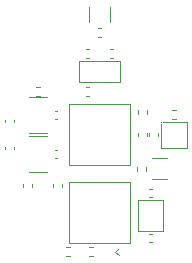
<source format=gbr>
%TF.GenerationSoftware,KiCad,Pcbnew,9.0.2*%
%TF.CreationDate,2025-06-15T10:44:02-04:00*%
%TF.ProjectId,WristWatch,57726973-7457-4617-9463-682e6b696361,rev?*%
%TF.SameCoordinates,Original*%
%TF.FileFunction,Legend,Top*%
%TF.FilePolarity,Positive*%
%FSLAX46Y46*%
G04 Gerber Fmt 4.6, Leading zero omitted, Abs format (unit mm)*
G04 Created by KiCad (PCBNEW 9.0.2) date 2025-06-15 10:44:02*
%MOMM*%
%LPD*%
G01*
G04 APERTURE LIST*
%ADD10C,0.120000*%
%ADD11C,0.100000*%
G04 APERTURE END LIST*
D10*
%TO.C,Q2*%
X5740900Y-1995600D02*
X4440900Y-1995600D01*
X5740900Y-3795600D02*
X4440900Y-3795600D01*
%TO.C,Q1*%
X-900000Y10810000D02*
X-900000Y9510000D01*
X900000Y10810000D02*
X900000Y9510000D01*
%TO.C,C14*%
X-3575164Y2011000D02*
X-3790836Y2011000D01*
X-3575164Y1291000D02*
X-3790836Y1291000D01*
%TO.C,U5*%
X-5207000Y3211000D02*
X-6007000Y3211000D01*
X-5207000Y3211000D02*
X-4407000Y3211000D01*
X-5207000Y91000D02*
X-6007000Y91000D01*
X-5207000Y91000D02*
X-4407000Y91000D01*
%TO.C,R6*%
X-153641Y9016000D02*
X153641Y9016000D01*
X-153641Y8256000D02*
X153641Y8256000D01*
%TO.C,C13*%
X-3575164Y-1291000D02*
X-3790836Y-1291000D01*
X-3575164Y-2011000D02*
X-3790836Y-2011000D01*
%TO.C,Y1*%
X-1727200Y4459000D02*
X-1727200Y6209000D01*
X1727200Y6209000D02*
X-1727200Y6209000D01*
X1727200Y4459000D02*
X-1727200Y4459000D01*
X1727200Y4459000D02*
X1727200Y6209000D01*
%TO.C,R11*%
X3186900Y-2741959D02*
X3186900Y-3049241D01*
X3946900Y-2741959D02*
X3946900Y-3049241D01*
%TO.C,R10*%
X-5360641Y3986800D02*
X-5053359Y3986800D01*
X-5360641Y3226800D02*
X-5053359Y3226800D01*
%TO.C,R9*%
X6452841Y2056400D02*
X6145559Y2056400D01*
X6452841Y1296400D02*
X6145559Y1296400D01*
%TO.C,C15*%
X-7980000Y1035164D02*
X-7980000Y1250836D01*
X-7260000Y1035164D02*
X-7260000Y1250836D01*
%TO.C,C1*%
X-908164Y4017600D02*
X-1123836Y4017600D01*
X-908164Y3297600D02*
X-1123836Y3297600D01*
%TO.C,R12*%
X-2820641Y-10286000D02*
X-2513359Y-10286000D01*
X-2820641Y-9526000D02*
X-2513359Y-9526000D01*
%TO.C,U6*%
X-2610000Y-9214000D02*
X-2610000Y-3994000D01*
X2610000Y-3994000D02*
X-2610000Y-3994000D01*
X2610000Y-3994000D02*
X2610000Y-9214000D01*
X2610000Y-9214000D02*
X-2610000Y-9214000D01*
%TO.C,C12*%
X-7980000Y-1035164D02*
X-7980000Y-1250836D01*
X-7260000Y-1035164D02*
X-7260000Y-1250836D01*
%TO.C,U3*%
X5199200Y1100000D02*
X5199200Y1100000D01*
X5199200Y-1100000D02*
X5199200Y900000D01*
X6899200Y-1100000D02*
X6899200Y-1100000D01*
X7399200Y1100000D02*
X5399200Y1100000D01*
X7399200Y1100000D02*
X7399200Y-1100000D01*
X7399200Y600000D02*
X7399200Y600000D01*
X7399200Y-1100000D02*
X5199200Y-1100000D01*
%TO.C,C16*%
X4425836Y-4593000D02*
X4210164Y-4593000D01*
X4425836Y-5313000D02*
X4210164Y-5313000D01*
%TO.C,C19*%
X-6456000Y-4425836D02*
X-6456000Y-4210164D01*
X-5736000Y-4425836D02*
X-5736000Y-4210164D01*
%TO.C,C17*%
X4210164Y-8403000D02*
X4425836Y-8403000D01*
X4210164Y-9123000D02*
X4425836Y-9123000D01*
%TO.C,R1*%
X3226800Y1751359D02*
X3226800Y2058641D01*
X3986800Y1751359D02*
X3986800Y2058641D01*
%TO.C,R13*%
X-557559Y-9526000D02*
X-864841Y-9526000D01*
X-557559Y-10286000D02*
X-864841Y-10286000D01*
%TO.C,C18*%
X-3916000Y-4425836D02*
X-3916000Y-4210164D01*
X-3196000Y-4425836D02*
X-3196000Y-4210164D01*
%TO.C,C4*%
X908164Y7218000D02*
X1123836Y7218000D01*
X908164Y6498000D02*
X1123836Y6498000D01*
%TO.C,Y2*%
X3251200Y-5537200D02*
X3251200Y-8178800D01*
X3251200Y-8178800D02*
X5384800Y-8178800D01*
X5384800Y-5537200D02*
X3251200Y-5537200D01*
X5384800Y-8178800D02*
X5384800Y-5537200D01*
%TO.C,R7*%
X4217400Y153641D02*
X4217400Y-153641D01*
X4977400Y153641D02*
X4977400Y-153641D01*
D11*
%TO.C,D61*%
X1270000Y-9906000D02*
X1676400Y-10210800D01*
X1676400Y-9601200D02*
X1270000Y-9906000D01*
D10*
%TO.C,U4*%
X-5207000Y-91000D02*
X-6007000Y-91000D01*
X-5207000Y-91000D02*
X-4407000Y-91000D01*
X-5207000Y-3211000D02*
X-6007000Y-3211000D01*
X-5207000Y-3211000D02*
X-4407000Y-3211000D01*
%TO.C,C7*%
X-908164Y7218000D02*
X-1123836Y7218000D01*
X-908164Y6498000D02*
X-1123836Y6498000D01*
%TO.C,U2*%
X-2610000Y2610000D02*
X2610000Y2610000D01*
X-2610000Y-2610000D02*
X-2610000Y2610000D01*
X2610000Y-2610000D02*
X-2610000Y-2610000D01*
X2610000Y-2610000D02*
X2610000Y2610000D01*
%TO.C,R8*%
X3226800Y153641D02*
X3226800Y-153641D01*
X3986800Y153641D02*
X3986800Y-153641D01*
%TD*%
M02*

</source>
